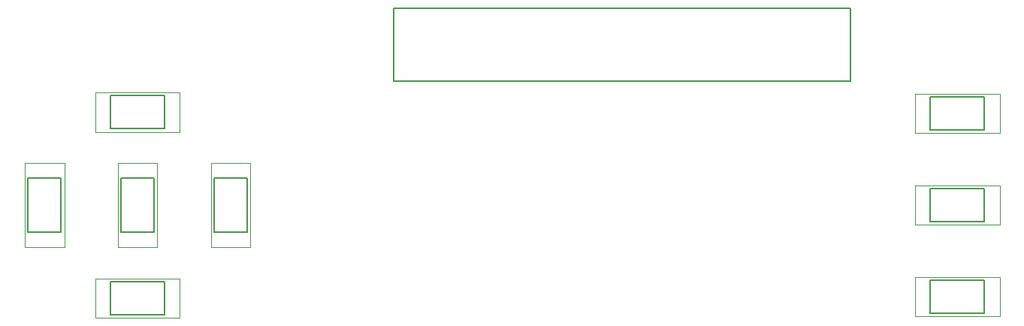
<source format=gbr>
G04 DesignSpark PCB Gerber Version 11.0 Build 5877*
G04 #@! TF.Part,Single*
G04 #@! TF.FileFunction,Other,SeedSigner_2.8Inch-LCD-Hat_V906727 - Documentation*
G04 #@! TF.FilePolarity,Positive*
%FSLAX35Y35*%
%MOIN*%
%ADD84C,0.00394*%
%ADD82C,0.00500*%
%ADD85C,0.00787*%
G04 #@! TD.AperFunction*
X0Y0D02*
D02*
D82*
X421500Y164000D02*
X219000D01*
Y196500D01*
X421500D01*
Y164000D01*
D02*
D84*
X55250Y90250D02*
Y127750D01*
X72750D01*
Y90250D01*
X55250D01*
X86500Y76500D02*
X124000D01*
Y59000D01*
X86500D01*
Y76500D01*
Y159000D02*
X124000D01*
Y141500D01*
X86500D01*
Y159000D01*
X96500Y90250D02*
Y127750D01*
X114000D01*
Y90250D01*
X96500D01*
X137750D02*
Y127750D01*
X155250D01*
Y90250D01*
X137750D01*
X450250Y77133D02*
X487750D01*
Y59633D01*
X450250D01*
Y77133D01*
Y117732D02*
X487750D01*
Y100232D01*
X450250D01*
Y117732D01*
Y158357D02*
X487750D01*
Y140857D01*
X450250D01*
Y158357D01*
D02*
D85*
X56717Y96992D02*
Y121008D01*
X71283D01*
Y96992D01*
X56717D01*
X93242Y75033D02*
X117258D01*
Y60467D01*
X93242D01*
Y75033D01*
Y157533D02*
X117258D01*
Y142967D01*
X93242D01*
Y157533D01*
X97967Y96992D02*
Y121008D01*
X112533D01*
Y96992D01*
X97967D01*
X139217D02*
Y121008D01*
X153783D01*
Y96992D01*
X139217D01*
X456992Y75666D02*
X481008D01*
Y61099D01*
X456992D01*
Y75666D01*
Y116266D02*
X481008D01*
Y101699D01*
X456992D01*
Y116266D01*
Y156891D02*
X481008D01*
Y142324D01*
X456992D01*
Y156891D01*
X0Y0D02*
M02*

</source>
